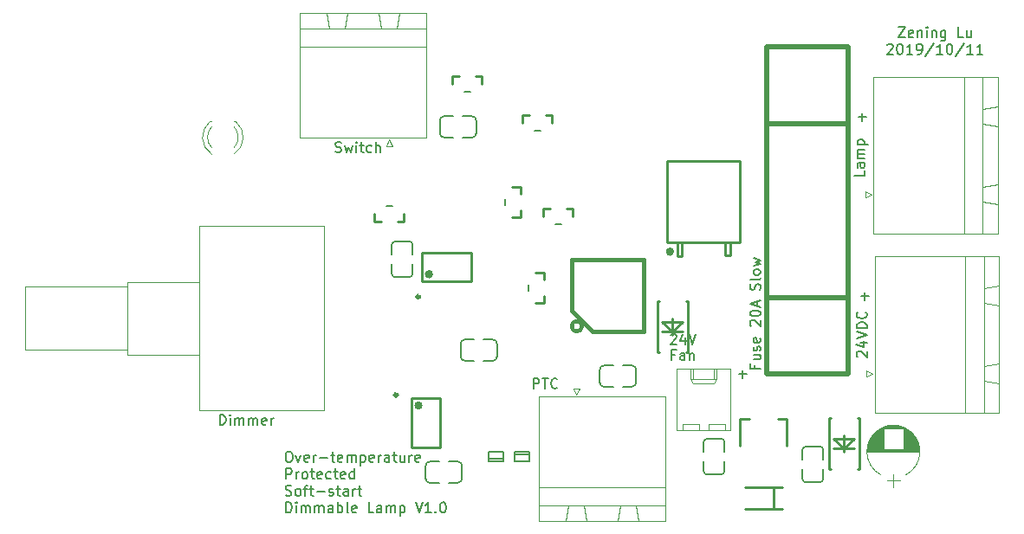
<source format=gbr>
%TF.GenerationSoftware,KiCad,Pcbnew,(6.0.0-rc1-dev-882-gdbc9130da)*%
%TF.CreationDate,2019-10-11T13:43:29+08:00*%
%TF.ProjectId,SoftDimmableLamp,536F667444696D6D61626C654C616D70,rev?*%
%TF.SameCoordinates,Original*%
%TF.FileFunction,Legend,Top*%
%TF.FilePolarity,Positive*%
%FSLAX46Y46*%
G04 Gerber Fmt 4.6, Leading zero omitted, Abs format (unit mm)*
G04 Created by KiCad (PCBNEW (6.0.0-rc1-dev-882-gdbc9130da)) date 2019/10/11 13:43:29*
%MOMM*%
%LPD*%
G01*
G04 APERTURE LIST*
%ADD10C,0.150000*%
%ADD11C,0.254000*%
%ADD12C,0.381000*%
%ADD13C,0.120000*%
%ADD14C,0.200000*%
%ADD15C,0.400000*%
%ADD16C,0.300000*%
%ADD17C,0.508000*%
G04 APERTURE END LIST*
D10*
X97282095Y-83494571D02*
X96948761Y-83494571D01*
X96948761Y-84018380D02*
X96948761Y-83018380D01*
X97424952Y-83018380D01*
X98234476Y-84018380D02*
X98234476Y-83494571D01*
X98186857Y-83399333D01*
X98091619Y-83351714D01*
X97901142Y-83351714D01*
X97805904Y-83399333D01*
X98234476Y-83970761D02*
X98139238Y-84018380D01*
X97901142Y-84018380D01*
X97805904Y-83970761D01*
X97758285Y-83875523D01*
X97758285Y-83780285D01*
X97805904Y-83685047D01*
X97901142Y-83637428D01*
X98139238Y-83637428D01*
X98234476Y-83589809D01*
X98710666Y-83351714D02*
X98710666Y-84018380D01*
X98710666Y-83446952D02*
X98758285Y-83399333D01*
X98853523Y-83351714D01*
X98996380Y-83351714D01*
X99091619Y-83399333D01*
X99139238Y-83494571D01*
X99139238Y-84018380D01*
X52800571Y-90368380D02*
X52800571Y-89368380D01*
X53038666Y-89368380D01*
X53181523Y-89416000D01*
X53276761Y-89511238D01*
X53324380Y-89606476D01*
X53372000Y-89796952D01*
X53372000Y-89939809D01*
X53324380Y-90130285D01*
X53276761Y-90225523D01*
X53181523Y-90320761D01*
X53038666Y-90368380D01*
X52800571Y-90368380D01*
X53800571Y-90368380D02*
X53800571Y-89701714D01*
X53800571Y-89368380D02*
X53752952Y-89416000D01*
X53800571Y-89463619D01*
X53848190Y-89416000D01*
X53800571Y-89368380D01*
X53800571Y-89463619D01*
X54276761Y-90368380D02*
X54276761Y-89701714D01*
X54276761Y-89796952D02*
X54324380Y-89749333D01*
X54419619Y-89701714D01*
X54562476Y-89701714D01*
X54657714Y-89749333D01*
X54705333Y-89844571D01*
X54705333Y-90368380D01*
X54705333Y-89844571D02*
X54752952Y-89749333D01*
X54848190Y-89701714D01*
X54991047Y-89701714D01*
X55086285Y-89749333D01*
X55133904Y-89844571D01*
X55133904Y-90368380D01*
X55610095Y-90368380D02*
X55610095Y-89701714D01*
X55610095Y-89796952D02*
X55657714Y-89749333D01*
X55752952Y-89701714D01*
X55895809Y-89701714D01*
X55991047Y-89749333D01*
X56038666Y-89844571D01*
X56038666Y-90368380D01*
X56038666Y-89844571D02*
X56086285Y-89749333D01*
X56181523Y-89701714D01*
X56324380Y-89701714D01*
X56419619Y-89749333D01*
X56467238Y-89844571D01*
X56467238Y-90368380D01*
X57324380Y-90320761D02*
X57229142Y-90368380D01*
X57038666Y-90368380D01*
X56943428Y-90320761D01*
X56895809Y-90225523D01*
X56895809Y-89844571D01*
X56943428Y-89749333D01*
X57038666Y-89701714D01*
X57229142Y-89701714D01*
X57324380Y-89749333D01*
X57372000Y-89844571D01*
X57372000Y-89939809D01*
X56895809Y-90035047D01*
X57800571Y-90368380D02*
X57800571Y-89701714D01*
X57800571Y-89892190D02*
X57848190Y-89796952D01*
X57895809Y-89749333D01*
X57991047Y-89701714D01*
X58086285Y-89701714D01*
X64079714Y-63650761D02*
X64222571Y-63698380D01*
X64460666Y-63698380D01*
X64555904Y-63650761D01*
X64603523Y-63603142D01*
X64651142Y-63507904D01*
X64651142Y-63412666D01*
X64603523Y-63317428D01*
X64555904Y-63269809D01*
X64460666Y-63222190D01*
X64270190Y-63174571D01*
X64174952Y-63126952D01*
X64127333Y-63079333D01*
X64079714Y-62984095D01*
X64079714Y-62888857D01*
X64127333Y-62793619D01*
X64174952Y-62746000D01*
X64270190Y-62698380D01*
X64508285Y-62698380D01*
X64651142Y-62746000D01*
X64984476Y-63031714D02*
X65174952Y-63698380D01*
X65365428Y-63222190D01*
X65555904Y-63698380D01*
X65746380Y-63031714D01*
X66127333Y-63698380D02*
X66127333Y-63031714D01*
X66127333Y-62698380D02*
X66079714Y-62746000D01*
X66127333Y-62793619D01*
X66174952Y-62746000D01*
X66127333Y-62698380D01*
X66127333Y-62793619D01*
X66460666Y-63031714D02*
X66841619Y-63031714D01*
X66603523Y-62698380D02*
X66603523Y-63555523D01*
X66651142Y-63650761D01*
X66746380Y-63698380D01*
X66841619Y-63698380D01*
X67603523Y-63650761D02*
X67508285Y-63698380D01*
X67317809Y-63698380D01*
X67222571Y-63650761D01*
X67174952Y-63603142D01*
X67127333Y-63507904D01*
X67127333Y-63222190D01*
X67174952Y-63126952D01*
X67222571Y-63079333D01*
X67317809Y-63031714D01*
X67508285Y-63031714D01*
X67603523Y-63079333D01*
X68032095Y-63698380D02*
X68032095Y-62698380D01*
X68460666Y-63698380D02*
X68460666Y-63174571D01*
X68413047Y-63079333D01*
X68317809Y-63031714D01*
X68174952Y-63031714D01*
X68079714Y-63079333D01*
X68032095Y-63126952D01*
X83439142Y-86812380D02*
X83439142Y-85812380D01*
X83820095Y-85812380D01*
X83915333Y-85860000D01*
X83962952Y-85907619D01*
X84010571Y-86002857D01*
X84010571Y-86145714D01*
X83962952Y-86240952D01*
X83915333Y-86288571D01*
X83820095Y-86336190D01*
X83439142Y-86336190D01*
X84296285Y-85812380D02*
X84867714Y-85812380D01*
X84582000Y-86812380D02*
X84582000Y-85812380D01*
X85772476Y-86717142D02*
X85724857Y-86764761D01*
X85582000Y-86812380D01*
X85486761Y-86812380D01*
X85343904Y-86764761D01*
X85248666Y-86669523D01*
X85201047Y-86574285D01*
X85153428Y-86383809D01*
X85153428Y-86240952D01*
X85201047Y-86050476D01*
X85248666Y-85955238D01*
X85343904Y-85860000D01*
X85486761Y-85812380D01*
X85582000Y-85812380D01*
X85724857Y-85860000D01*
X85772476Y-85907619D01*
X115117619Y-83724476D02*
X115070000Y-83676857D01*
X115022380Y-83581619D01*
X115022380Y-83343523D01*
X115070000Y-83248285D01*
X115117619Y-83200666D01*
X115212857Y-83153047D01*
X115308095Y-83153047D01*
X115450952Y-83200666D01*
X116022380Y-83772095D01*
X116022380Y-83153047D01*
X115355714Y-82295904D02*
X116022380Y-82295904D01*
X114974761Y-82534000D02*
X115689047Y-82772095D01*
X115689047Y-82153047D01*
X115022380Y-81914952D02*
X116022380Y-81581619D01*
X115022380Y-81248285D01*
X116022380Y-80914952D02*
X115022380Y-80914952D01*
X115022380Y-80676857D01*
X115070000Y-80534000D01*
X115165238Y-80438761D01*
X115260476Y-80391142D01*
X115450952Y-80343523D01*
X115593809Y-80343523D01*
X115784285Y-80391142D01*
X115879523Y-80438761D01*
X115974761Y-80534000D01*
X116022380Y-80676857D01*
X116022380Y-80914952D01*
X115927142Y-79343523D02*
X115974761Y-79391142D01*
X116022380Y-79534000D01*
X116022380Y-79629238D01*
X115974761Y-79772095D01*
X115879523Y-79867333D01*
X115784285Y-79914952D01*
X115593809Y-79962571D01*
X115450952Y-79962571D01*
X115260476Y-79914952D01*
X115165238Y-79867333D01*
X115070000Y-79772095D01*
X115022380Y-79629238D01*
X115022380Y-79534000D01*
X115070000Y-79391142D01*
X115117619Y-79343523D01*
X115768380Y-65523904D02*
X115768380Y-66000095D01*
X114768380Y-66000095D01*
X115768380Y-64762000D02*
X115244571Y-64762000D01*
X115149333Y-64809619D01*
X115101714Y-64904857D01*
X115101714Y-65095333D01*
X115149333Y-65190571D01*
X115720761Y-64762000D02*
X115768380Y-64857238D01*
X115768380Y-65095333D01*
X115720761Y-65190571D01*
X115625523Y-65238190D01*
X115530285Y-65238190D01*
X115435047Y-65190571D01*
X115387428Y-65095333D01*
X115387428Y-64857238D01*
X115339809Y-64762000D01*
X115768380Y-64285809D02*
X115101714Y-64285809D01*
X115196952Y-64285809D02*
X115149333Y-64238190D01*
X115101714Y-64142952D01*
X115101714Y-64000095D01*
X115149333Y-63904857D01*
X115244571Y-63857238D01*
X115768380Y-63857238D01*
X115244571Y-63857238D02*
X115149333Y-63809619D01*
X115101714Y-63714380D01*
X115101714Y-63571523D01*
X115149333Y-63476285D01*
X115244571Y-63428666D01*
X115768380Y-63428666D01*
X115101714Y-62952476D02*
X116101714Y-62952476D01*
X115149333Y-62952476D02*
X115101714Y-62857238D01*
X115101714Y-62666761D01*
X115149333Y-62571523D01*
X115196952Y-62523904D01*
X115292190Y-62476285D01*
X115577904Y-62476285D01*
X115673142Y-62523904D01*
X115720761Y-62571523D01*
X115768380Y-62666761D01*
X115768380Y-62857238D01*
X115720761Y-62952476D01*
X59454071Y-92989380D02*
X59644547Y-92989380D01*
X59739785Y-93037000D01*
X59835023Y-93132238D01*
X59882642Y-93322714D01*
X59882642Y-93656047D01*
X59835023Y-93846523D01*
X59739785Y-93941761D01*
X59644547Y-93989380D01*
X59454071Y-93989380D01*
X59358833Y-93941761D01*
X59263595Y-93846523D01*
X59215976Y-93656047D01*
X59215976Y-93322714D01*
X59263595Y-93132238D01*
X59358833Y-93037000D01*
X59454071Y-92989380D01*
X60215976Y-93322714D02*
X60454071Y-93989380D01*
X60692166Y-93322714D01*
X61454071Y-93941761D02*
X61358833Y-93989380D01*
X61168357Y-93989380D01*
X61073119Y-93941761D01*
X61025500Y-93846523D01*
X61025500Y-93465571D01*
X61073119Y-93370333D01*
X61168357Y-93322714D01*
X61358833Y-93322714D01*
X61454071Y-93370333D01*
X61501690Y-93465571D01*
X61501690Y-93560809D01*
X61025500Y-93656047D01*
X61930261Y-93989380D02*
X61930261Y-93322714D01*
X61930261Y-93513190D02*
X61977880Y-93417952D01*
X62025500Y-93370333D01*
X62120738Y-93322714D01*
X62215976Y-93322714D01*
X62549309Y-93608428D02*
X63311214Y-93608428D01*
X63644547Y-93322714D02*
X64025500Y-93322714D01*
X63787404Y-92989380D02*
X63787404Y-93846523D01*
X63835023Y-93941761D01*
X63930261Y-93989380D01*
X64025500Y-93989380D01*
X64739785Y-93941761D02*
X64644547Y-93989380D01*
X64454071Y-93989380D01*
X64358833Y-93941761D01*
X64311214Y-93846523D01*
X64311214Y-93465571D01*
X64358833Y-93370333D01*
X64454071Y-93322714D01*
X64644547Y-93322714D01*
X64739785Y-93370333D01*
X64787404Y-93465571D01*
X64787404Y-93560809D01*
X64311214Y-93656047D01*
X65215976Y-93989380D02*
X65215976Y-93322714D01*
X65215976Y-93417952D02*
X65263595Y-93370333D01*
X65358833Y-93322714D01*
X65501690Y-93322714D01*
X65596928Y-93370333D01*
X65644547Y-93465571D01*
X65644547Y-93989380D01*
X65644547Y-93465571D02*
X65692166Y-93370333D01*
X65787404Y-93322714D01*
X65930261Y-93322714D01*
X66025500Y-93370333D01*
X66073119Y-93465571D01*
X66073119Y-93989380D01*
X66549309Y-93322714D02*
X66549309Y-94322714D01*
X66549309Y-93370333D02*
X66644547Y-93322714D01*
X66835023Y-93322714D01*
X66930261Y-93370333D01*
X66977880Y-93417952D01*
X67025500Y-93513190D01*
X67025500Y-93798904D01*
X66977880Y-93894142D01*
X66930261Y-93941761D01*
X66835023Y-93989380D01*
X66644547Y-93989380D01*
X66549309Y-93941761D01*
X67835023Y-93941761D02*
X67739785Y-93989380D01*
X67549309Y-93989380D01*
X67454071Y-93941761D01*
X67406452Y-93846523D01*
X67406452Y-93465571D01*
X67454071Y-93370333D01*
X67549309Y-93322714D01*
X67739785Y-93322714D01*
X67835023Y-93370333D01*
X67882642Y-93465571D01*
X67882642Y-93560809D01*
X67406452Y-93656047D01*
X68311214Y-93989380D02*
X68311214Y-93322714D01*
X68311214Y-93513190D02*
X68358833Y-93417952D01*
X68406452Y-93370333D01*
X68501690Y-93322714D01*
X68596928Y-93322714D01*
X69358833Y-93989380D02*
X69358833Y-93465571D01*
X69311214Y-93370333D01*
X69215976Y-93322714D01*
X69025500Y-93322714D01*
X68930261Y-93370333D01*
X69358833Y-93941761D02*
X69263595Y-93989380D01*
X69025500Y-93989380D01*
X68930261Y-93941761D01*
X68882642Y-93846523D01*
X68882642Y-93751285D01*
X68930261Y-93656047D01*
X69025500Y-93608428D01*
X69263595Y-93608428D01*
X69358833Y-93560809D01*
X69692166Y-93322714D02*
X70073119Y-93322714D01*
X69835023Y-92989380D02*
X69835023Y-93846523D01*
X69882642Y-93941761D01*
X69977880Y-93989380D01*
X70073119Y-93989380D01*
X70835023Y-93322714D02*
X70835023Y-93989380D01*
X70406452Y-93322714D02*
X70406452Y-93846523D01*
X70454071Y-93941761D01*
X70549309Y-93989380D01*
X70692166Y-93989380D01*
X70787404Y-93941761D01*
X70835023Y-93894142D01*
X71311214Y-93989380D02*
X71311214Y-93322714D01*
X71311214Y-93513190D02*
X71358833Y-93417952D01*
X71406452Y-93370333D01*
X71501690Y-93322714D01*
X71596928Y-93322714D01*
X72311214Y-93941761D02*
X72215976Y-93989380D01*
X72025500Y-93989380D01*
X71930261Y-93941761D01*
X71882642Y-93846523D01*
X71882642Y-93465571D01*
X71930261Y-93370333D01*
X72025500Y-93322714D01*
X72215976Y-93322714D01*
X72311214Y-93370333D01*
X72358833Y-93465571D01*
X72358833Y-93560809D01*
X71882642Y-93656047D01*
X59263595Y-95639380D02*
X59263595Y-94639380D01*
X59644547Y-94639380D01*
X59739785Y-94687000D01*
X59787404Y-94734619D01*
X59835023Y-94829857D01*
X59835023Y-94972714D01*
X59787404Y-95067952D01*
X59739785Y-95115571D01*
X59644547Y-95163190D01*
X59263595Y-95163190D01*
X60263595Y-95639380D02*
X60263595Y-94972714D01*
X60263595Y-95163190D02*
X60311214Y-95067952D01*
X60358833Y-95020333D01*
X60454071Y-94972714D01*
X60549309Y-94972714D01*
X61025500Y-95639380D02*
X60930261Y-95591761D01*
X60882642Y-95544142D01*
X60835023Y-95448904D01*
X60835023Y-95163190D01*
X60882642Y-95067952D01*
X60930261Y-95020333D01*
X61025500Y-94972714D01*
X61168357Y-94972714D01*
X61263595Y-95020333D01*
X61311214Y-95067952D01*
X61358833Y-95163190D01*
X61358833Y-95448904D01*
X61311214Y-95544142D01*
X61263595Y-95591761D01*
X61168357Y-95639380D01*
X61025500Y-95639380D01*
X61644547Y-94972714D02*
X62025500Y-94972714D01*
X61787404Y-94639380D02*
X61787404Y-95496523D01*
X61835023Y-95591761D01*
X61930261Y-95639380D01*
X62025500Y-95639380D01*
X62739785Y-95591761D02*
X62644547Y-95639380D01*
X62454071Y-95639380D01*
X62358833Y-95591761D01*
X62311214Y-95496523D01*
X62311214Y-95115571D01*
X62358833Y-95020333D01*
X62454071Y-94972714D01*
X62644547Y-94972714D01*
X62739785Y-95020333D01*
X62787404Y-95115571D01*
X62787404Y-95210809D01*
X62311214Y-95306047D01*
X63644547Y-95591761D02*
X63549309Y-95639380D01*
X63358833Y-95639380D01*
X63263595Y-95591761D01*
X63215976Y-95544142D01*
X63168357Y-95448904D01*
X63168357Y-95163190D01*
X63215976Y-95067952D01*
X63263595Y-95020333D01*
X63358833Y-94972714D01*
X63549309Y-94972714D01*
X63644547Y-95020333D01*
X63930261Y-94972714D02*
X64311214Y-94972714D01*
X64073119Y-94639380D02*
X64073119Y-95496523D01*
X64120738Y-95591761D01*
X64215976Y-95639380D01*
X64311214Y-95639380D01*
X65025500Y-95591761D02*
X64930261Y-95639380D01*
X64739785Y-95639380D01*
X64644547Y-95591761D01*
X64596928Y-95496523D01*
X64596928Y-95115571D01*
X64644547Y-95020333D01*
X64739785Y-94972714D01*
X64930261Y-94972714D01*
X65025500Y-95020333D01*
X65073119Y-95115571D01*
X65073119Y-95210809D01*
X64596928Y-95306047D01*
X65930261Y-95639380D02*
X65930261Y-94639380D01*
X65930261Y-95591761D02*
X65835023Y-95639380D01*
X65644547Y-95639380D01*
X65549309Y-95591761D01*
X65501690Y-95544142D01*
X65454071Y-95448904D01*
X65454071Y-95163190D01*
X65501690Y-95067952D01*
X65549309Y-95020333D01*
X65644547Y-94972714D01*
X65835023Y-94972714D01*
X65930261Y-95020333D01*
X59215976Y-97241761D02*
X59358833Y-97289380D01*
X59596928Y-97289380D01*
X59692166Y-97241761D01*
X59739785Y-97194142D01*
X59787404Y-97098904D01*
X59787404Y-97003666D01*
X59739785Y-96908428D01*
X59692166Y-96860809D01*
X59596928Y-96813190D01*
X59406452Y-96765571D01*
X59311214Y-96717952D01*
X59263595Y-96670333D01*
X59215976Y-96575095D01*
X59215976Y-96479857D01*
X59263595Y-96384619D01*
X59311214Y-96337000D01*
X59406452Y-96289380D01*
X59644547Y-96289380D01*
X59787404Y-96337000D01*
X60358833Y-97289380D02*
X60263595Y-97241761D01*
X60215976Y-97194142D01*
X60168357Y-97098904D01*
X60168357Y-96813190D01*
X60215976Y-96717952D01*
X60263595Y-96670333D01*
X60358833Y-96622714D01*
X60501690Y-96622714D01*
X60596928Y-96670333D01*
X60644547Y-96717952D01*
X60692166Y-96813190D01*
X60692166Y-97098904D01*
X60644547Y-97194142D01*
X60596928Y-97241761D01*
X60501690Y-97289380D01*
X60358833Y-97289380D01*
X60977880Y-96622714D02*
X61358833Y-96622714D01*
X61120738Y-97289380D02*
X61120738Y-96432238D01*
X61168357Y-96337000D01*
X61263595Y-96289380D01*
X61358833Y-96289380D01*
X61549309Y-96622714D02*
X61930261Y-96622714D01*
X61692166Y-96289380D02*
X61692166Y-97146523D01*
X61739785Y-97241761D01*
X61835023Y-97289380D01*
X61930261Y-97289380D01*
X62263595Y-96908428D02*
X63025500Y-96908428D01*
X63454071Y-97241761D02*
X63549309Y-97289380D01*
X63739785Y-97289380D01*
X63835023Y-97241761D01*
X63882642Y-97146523D01*
X63882642Y-97098904D01*
X63835023Y-97003666D01*
X63739785Y-96956047D01*
X63596928Y-96956047D01*
X63501690Y-96908428D01*
X63454071Y-96813190D01*
X63454071Y-96765571D01*
X63501690Y-96670333D01*
X63596928Y-96622714D01*
X63739785Y-96622714D01*
X63835023Y-96670333D01*
X64168357Y-96622714D02*
X64549309Y-96622714D01*
X64311214Y-96289380D02*
X64311214Y-97146523D01*
X64358833Y-97241761D01*
X64454071Y-97289380D01*
X64549309Y-97289380D01*
X65311214Y-97289380D02*
X65311214Y-96765571D01*
X65263595Y-96670333D01*
X65168357Y-96622714D01*
X64977880Y-96622714D01*
X64882642Y-96670333D01*
X65311214Y-97241761D02*
X65215976Y-97289380D01*
X64977880Y-97289380D01*
X64882642Y-97241761D01*
X64835023Y-97146523D01*
X64835023Y-97051285D01*
X64882642Y-96956047D01*
X64977880Y-96908428D01*
X65215976Y-96908428D01*
X65311214Y-96860809D01*
X65787404Y-97289380D02*
X65787404Y-96622714D01*
X65787404Y-96813190D02*
X65835023Y-96717952D01*
X65882642Y-96670333D01*
X65977880Y-96622714D01*
X66073119Y-96622714D01*
X66263595Y-96622714D02*
X66644547Y-96622714D01*
X66406452Y-96289380D02*
X66406452Y-97146523D01*
X66454071Y-97241761D01*
X66549309Y-97289380D01*
X66644547Y-97289380D01*
X59263595Y-98939380D02*
X59263595Y-97939380D01*
X59501690Y-97939380D01*
X59644547Y-97987000D01*
X59739785Y-98082238D01*
X59787404Y-98177476D01*
X59835023Y-98367952D01*
X59835023Y-98510809D01*
X59787404Y-98701285D01*
X59739785Y-98796523D01*
X59644547Y-98891761D01*
X59501690Y-98939380D01*
X59263595Y-98939380D01*
X60263595Y-98939380D02*
X60263595Y-98272714D01*
X60263595Y-97939380D02*
X60215976Y-97987000D01*
X60263595Y-98034619D01*
X60311214Y-97987000D01*
X60263595Y-97939380D01*
X60263595Y-98034619D01*
X60739785Y-98939380D02*
X60739785Y-98272714D01*
X60739785Y-98367952D02*
X60787404Y-98320333D01*
X60882642Y-98272714D01*
X61025500Y-98272714D01*
X61120738Y-98320333D01*
X61168357Y-98415571D01*
X61168357Y-98939380D01*
X61168357Y-98415571D02*
X61215976Y-98320333D01*
X61311214Y-98272714D01*
X61454071Y-98272714D01*
X61549309Y-98320333D01*
X61596928Y-98415571D01*
X61596928Y-98939380D01*
X62073119Y-98939380D02*
X62073119Y-98272714D01*
X62073119Y-98367952D02*
X62120738Y-98320333D01*
X62215976Y-98272714D01*
X62358833Y-98272714D01*
X62454071Y-98320333D01*
X62501690Y-98415571D01*
X62501690Y-98939380D01*
X62501690Y-98415571D02*
X62549309Y-98320333D01*
X62644547Y-98272714D01*
X62787404Y-98272714D01*
X62882642Y-98320333D01*
X62930261Y-98415571D01*
X62930261Y-98939380D01*
X63835023Y-98939380D02*
X63835023Y-98415571D01*
X63787404Y-98320333D01*
X63692166Y-98272714D01*
X63501690Y-98272714D01*
X63406452Y-98320333D01*
X63835023Y-98891761D02*
X63739785Y-98939380D01*
X63501690Y-98939380D01*
X63406452Y-98891761D01*
X63358833Y-98796523D01*
X63358833Y-98701285D01*
X63406452Y-98606047D01*
X63501690Y-98558428D01*
X63739785Y-98558428D01*
X63835023Y-98510809D01*
X64311214Y-98939380D02*
X64311214Y-97939380D01*
X64311214Y-98320333D02*
X64406452Y-98272714D01*
X64596928Y-98272714D01*
X64692166Y-98320333D01*
X64739785Y-98367952D01*
X64787404Y-98463190D01*
X64787404Y-98748904D01*
X64739785Y-98844142D01*
X64692166Y-98891761D01*
X64596928Y-98939380D01*
X64406452Y-98939380D01*
X64311214Y-98891761D01*
X65358833Y-98939380D02*
X65263595Y-98891761D01*
X65215976Y-98796523D01*
X65215976Y-97939380D01*
X66120738Y-98891761D02*
X66025500Y-98939380D01*
X65835023Y-98939380D01*
X65739785Y-98891761D01*
X65692166Y-98796523D01*
X65692166Y-98415571D01*
X65739785Y-98320333D01*
X65835023Y-98272714D01*
X66025500Y-98272714D01*
X66120738Y-98320333D01*
X66168357Y-98415571D01*
X66168357Y-98510809D01*
X65692166Y-98606047D01*
X67835023Y-98939380D02*
X67358833Y-98939380D01*
X67358833Y-97939380D01*
X68596928Y-98939380D02*
X68596928Y-98415571D01*
X68549309Y-98320333D01*
X68454071Y-98272714D01*
X68263595Y-98272714D01*
X68168357Y-98320333D01*
X68596928Y-98891761D02*
X68501690Y-98939380D01*
X68263595Y-98939380D01*
X68168357Y-98891761D01*
X68120738Y-98796523D01*
X68120738Y-98701285D01*
X68168357Y-98606047D01*
X68263595Y-98558428D01*
X68501690Y-98558428D01*
X68596928Y-98510809D01*
X69073119Y-98939380D02*
X69073119Y-98272714D01*
X69073119Y-98367952D02*
X69120738Y-98320333D01*
X69215976Y-98272714D01*
X69358833Y-98272714D01*
X69454071Y-98320333D01*
X69501690Y-98415571D01*
X69501690Y-98939380D01*
X69501690Y-98415571D02*
X69549309Y-98320333D01*
X69644547Y-98272714D01*
X69787404Y-98272714D01*
X69882642Y-98320333D01*
X69930261Y-98415571D01*
X69930261Y-98939380D01*
X70406452Y-98272714D02*
X70406452Y-99272714D01*
X70406452Y-98320333D02*
X70501690Y-98272714D01*
X70692166Y-98272714D01*
X70787404Y-98320333D01*
X70835023Y-98367952D01*
X70882642Y-98463190D01*
X70882642Y-98748904D01*
X70835023Y-98844142D01*
X70787404Y-98891761D01*
X70692166Y-98939380D01*
X70501690Y-98939380D01*
X70406452Y-98891761D01*
X71930261Y-97939380D02*
X72263595Y-98939380D01*
X72596928Y-97939380D01*
X73454071Y-98939380D02*
X72882642Y-98939380D01*
X73168357Y-98939380D02*
X73168357Y-97939380D01*
X73073119Y-98082238D01*
X72977880Y-98177476D01*
X72882642Y-98225095D01*
X73882642Y-98844142D02*
X73930261Y-98891761D01*
X73882642Y-98939380D01*
X73835023Y-98891761D01*
X73882642Y-98844142D01*
X73882642Y-98939380D01*
X74549309Y-97939380D02*
X74644547Y-97939380D01*
X74739785Y-97987000D01*
X74787404Y-98034619D01*
X74835023Y-98129857D01*
X74882642Y-98320333D01*
X74882642Y-98558428D01*
X74835023Y-98748904D01*
X74787404Y-98844142D01*
X74739785Y-98891761D01*
X74644547Y-98939380D01*
X74549309Y-98939380D01*
X74454071Y-98891761D01*
X74406452Y-98844142D01*
X74358833Y-98748904D01*
X74311214Y-98558428D01*
X74311214Y-98320333D01*
X74358833Y-98129857D01*
X74406452Y-98034619D01*
X74454071Y-97987000D01*
X74549309Y-97939380D01*
X119086761Y-51459380D02*
X119753428Y-51459380D01*
X119086761Y-52459380D01*
X119753428Y-52459380D01*
X120515333Y-52411761D02*
X120420095Y-52459380D01*
X120229619Y-52459380D01*
X120134380Y-52411761D01*
X120086761Y-52316523D01*
X120086761Y-51935571D01*
X120134380Y-51840333D01*
X120229619Y-51792714D01*
X120420095Y-51792714D01*
X120515333Y-51840333D01*
X120562952Y-51935571D01*
X120562952Y-52030809D01*
X120086761Y-52126047D01*
X120991523Y-51792714D02*
X120991523Y-52459380D01*
X120991523Y-51887952D02*
X121039142Y-51840333D01*
X121134380Y-51792714D01*
X121277238Y-51792714D01*
X121372476Y-51840333D01*
X121420095Y-51935571D01*
X121420095Y-52459380D01*
X121896285Y-52459380D02*
X121896285Y-51792714D01*
X121896285Y-51459380D02*
X121848666Y-51507000D01*
X121896285Y-51554619D01*
X121943904Y-51507000D01*
X121896285Y-51459380D01*
X121896285Y-51554619D01*
X122372476Y-51792714D02*
X122372476Y-52459380D01*
X122372476Y-51887952D02*
X122420095Y-51840333D01*
X122515333Y-51792714D01*
X122658190Y-51792714D01*
X122753428Y-51840333D01*
X122801047Y-51935571D01*
X122801047Y-52459380D01*
X123705809Y-51792714D02*
X123705809Y-52602238D01*
X123658190Y-52697476D01*
X123610571Y-52745095D01*
X123515333Y-52792714D01*
X123372476Y-52792714D01*
X123277238Y-52745095D01*
X123705809Y-52411761D02*
X123610571Y-52459380D01*
X123420095Y-52459380D01*
X123324857Y-52411761D01*
X123277238Y-52364142D01*
X123229619Y-52268904D01*
X123229619Y-51983190D01*
X123277238Y-51887952D01*
X123324857Y-51840333D01*
X123420095Y-51792714D01*
X123610571Y-51792714D01*
X123705809Y-51840333D01*
X125420095Y-52459380D02*
X124943904Y-52459380D01*
X124943904Y-51459380D01*
X126182000Y-51792714D02*
X126182000Y-52459380D01*
X125753428Y-51792714D02*
X125753428Y-52316523D01*
X125801047Y-52411761D01*
X125896285Y-52459380D01*
X126039142Y-52459380D01*
X126134380Y-52411761D01*
X126182000Y-52364142D01*
X118015333Y-53204619D02*
X118062952Y-53157000D01*
X118158190Y-53109380D01*
X118396285Y-53109380D01*
X118491523Y-53157000D01*
X118539142Y-53204619D01*
X118586761Y-53299857D01*
X118586761Y-53395095D01*
X118539142Y-53537952D01*
X117967714Y-54109380D01*
X118586761Y-54109380D01*
X119205809Y-53109380D02*
X119301047Y-53109380D01*
X119396285Y-53157000D01*
X119443904Y-53204619D01*
X119491523Y-53299857D01*
X119539142Y-53490333D01*
X119539142Y-53728428D01*
X119491523Y-53918904D01*
X119443904Y-54014142D01*
X119396285Y-54061761D01*
X119301047Y-54109380D01*
X119205809Y-54109380D01*
X119110571Y-54061761D01*
X119062952Y-54014142D01*
X119015333Y-53918904D01*
X118967714Y-53728428D01*
X118967714Y-53490333D01*
X119015333Y-53299857D01*
X119062952Y-53204619D01*
X119110571Y-53157000D01*
X119205809Y-53109380D01*
X120491523Y-54109380D02*
X119920095Y-54109380D01*
X120205809Y-54109380D02*
X120205809Y-53109380D01*
X120110571Y-53252238D01*
X120015333Y-53347476D01*
X119920095Y-53395095D01*
X120967714Y-54109380D02*
X121158190Y-54109380D01*
X121253428Y-54061761D01*
X121301047Y-54014142D01*
X121396285Y-53871285D01*
X121443904Y-53680809D01*
X121443904Y-53299857D01*
X121396285Y-53204619D01*
X121348666Y-53157000D01*
X121253428Y-53109380D01*
X121062952Y-53109380D01*
X120967714Y-53157000D01*
X120920095Y-53204619D01*
X120872476Y-53299857D01*
X120872476Y-53537952D01*
X120920095Y-53633190D01*
X120967714Y-53680809D01*
X121062952Y-53728428D01*
X121253428Y-53728428D01*
X121348666Y-53680809D01*
X121396285Y-53633190D01*
X121443904Y-53537952D01*
X122586761Y-53061761D02*
X121729619Y-54347476D01*
X123443904Y-54109380D02*
X122872476Y-54109380D01*
X123158190Y-54109380D02*
X123158190Y-53109380D01*
X123062952Y-53252238D01*
X122967714Y-53347476D01*
X122872476Y-53395095D01*
X124062952Y-53109380D02*
X124158190Y-53109380D01*
X124253428Y-53157000D01*
X124301047Y-53204619D01*
X124348666Y-53299857D01*
X124396285Y-53490333D01*
X124396285Y-53728428D01*
X124348666Y-53918904D01*
X124301047Y-54014142D01*
X124253428Y-54061761D01*
X124158190Y-54109380D01*
X124062952Y-54109380D01*
X123967714Y-54061761D01*
X123920095Y-54014142D01*
X123872476Y-53918904D01*
X123824857Y-53728428D01*
X123824857Y-53490333D01*
X123872476Y-53299857D01*
X123920095Y-53204619D01*
X123967714Y-53157000D01*
X124062952Y-53109380D01*
X125539142Y-53061761D02*
X124682000Y-54347476D01*
X126396285Y-54109380D02*
X125824857Y-54109380D01*
X126110571Y-54109380D02*
X126110571Y-53109380D01*
X126015333Y-53252238D01*
X125920095Y-53347476D01*
X125824857Y-53395095D01*
X127348666Y-54109380D02*
X126777238Y-54109380D01*
X127062952Y-54109380D02*
X127062952Y-53109380D01*
X126967714Y-53252238D01*
X126872476Y-53347476D01*
X126777238Y-53395095D01*
X96853523Y-81589619D02*
X96901142Y-81542000D01*
X96996380Y-81494380D01*
X97234476Y-81494380D01*
X97329714Y-81542000D01*
X97377333Y-81589619D01*
X97424952Y-81684857D01*
X97424952Y-81780095D01*
X97377333Y-81922952D01*
X96805904Y-82494380D01*
X97424952Y-82494380D01*
X98282095Y-81827714D02*
X98282095Y-82494380D01*
X98044000Y-81446761D02*
X97805904Y-82161047D01*
X98424952Y-82161047D01*
X98663047Y-81494380D02*
X98996380Y-82494380D01*
X99329714Y-81494380D01*
X103505047Y-85415428D02*
X104266952Y-85415428D01*
X103886000Y-85796380D02*
X103886000Y-85034476D01*
X115189047Y-60269428D02*
X115950952Y-60269428D01*
X115570000Y-60650380D02*
X115570000Y-59888476D01*
X115443047Y-77795428D02*
X116204952Y-77795428D01*
X115824000Y-78176380D02*
X115824000Y-77414476D01*
X105084571Y-84502000D02*
X105084571Y-84835333D01*
X105608380Y-84835333D02*
X104608380Y-84835333D01*
X104608380Y-84359142D01*
X104941714Y-83549619D02*
X105608380Y-83549619D01*
X104941714Y-83978190D02*
X105465523Y-83978190D01*
X105560761Y-83930571D01*
X105608380Y-83835333D01*
X105608380Y-83692476D01*
X105560761Y-83597238D01*
X105513142Y-83549619D01*
X105560761Y-83121047D02*
X105608380Y-83025809D01*
X105608380Y-82835333D01*
X105560761Y-82740095D01*
X105465523Y-82692476D01*
X105417904Y-82692476D01*
X105322666Y-82740095D01*
X105275047Y-82835333D01*
X105275047Y-82978190D01*
X105227428Y-83073428D01*
X105132190Y-83121047D01*
X105084571Y-83121047D01*
X104989333Y-83073428D01*
X104941714Y-82978190D01*
X104941714Y-82835333D01*
X104989333Y-82740095D01*
X105560761Y-81882952D02*
X105608380Y-81978190D01*
X105608380Y-82168666D01*
X105560761Y-82263904D01*
X105465523Y-82311523D01*
X105084571Y-82311523D01*
X104989333Y-82263904D01*
X104941714Y-82168666D01*
X104941714Y-81978190D01*
X104989333Y-81882952D01*
X105084571Y-81835333D01*
X105179809Y-81835333D01*
X105275047Y-82311523D01*
X104703619Y-80692476D02*
X104656000Y-80644857D01*
X104608380Y-80549619D01*
X104608380Y-80311523D01*
X104656000Y-80216285D01*
X104703619Y-80168666D01*
X104798857Y-80121047D01*
X104894095Y-80121047D01*
X105036952Y-80168666D01*
X105608380Y-80740095D01*
X105608380Y-80121047D01*
X104608380Y-79502000D02*
X104608380Y-79406761D01*
X104656000Y-79311523D01*
X104703619Y-79263904D01*
X104798857Y-79216285D01*
X104989333Y-79168666D01*
X105227428Y-79168666D01*
X105417904Y-79216285D01*
X105513142Y-79263904D01*
X105560761Y-79311523D01*
X105608380Y-79406761D01*
X105608380Y-79502000D01*
X105560761Y-79597238D01*
X105513142Y-79644857D01*
X105417904Y-79692476D01*
X105227428Y-79740095D01*
X104989333Y-79740095D01*
X104798857Y-79692476D01*
X104703619Y-79644857D01*
X104656000Y-79597238D01*
X104608380Y-79502000D01*
X105322666Y-78787714D02*
X105322666Y-78311523D01*
X105608380Y-78882952D02*
X104608380Y-78549619D01*
X105608380Y-78216285D01*
X105560761Y-77168666D02*
X105608380Y-77025809D01*
X105608380Y-76787714D01*
X105560761Y-76692476D01*
X105513142Y-76644857D01*
X105417904Y-76597238D01*
X105322666Y-76597238D01*
X105227428Y-76644857D01*
X105179809Y-76692476D01*
X105132190Y-76787714D01*
X105084571Y-76978190D01*
X105036952Y-77073428D01*
X104989333Y-77121047D01*
X104894095Y-77168666D01*
X104798857Y-77168666D01*
X104703619Y-77121047D01*
X104656000Y-77073428D01*
X104608380Y-76978190D01*
X104608380Y-76740095D01*
X104656000Y-76597238D01*
X105608380Y-76025809D02*
X105560761Y-76121047D01*
X105465523Y-76168666D01*
X104608380Y-76168666D01*
X105608380Y-75502000D02*
X105560761Y-75597238D01*
X105513142Y-75644857D01*
X105417904Y-75692476D01*
X105132190Y-75692476D01*
X105036952Y-75644857D01*
X104989333Y-75597238D01*
X104941714Y-75502000D01*
X104941714Y-75359142D01*
X104989333Y-75263904D01*
X105036952Y-75216285D01*
X105132190Y-75168666D01*
X105417904Y-75168666D01*
X105513142Y-75216285D01*
X105560761Y-75263904D01*
X105608380Y-75359142D01*
X105608380Y-75502000D01*
X104941714Y-74835333D02*
X105608380Y-74644857D01*
X105132190Y-74454380D01*
X105608380Y-74263904D01*
X104941714Y-74073428D01*
D11*
X107718000Y-98611000D02*
X104118000Y-98611000D01*
X107718000Y-96461000D02*
X104118000Y-96461000D01*
X106893000Y-96461000D02*
X106893000Y-98611000D01*
X98528000Y-78272000D02*
X98328000Y-78272000D01*
X98528000Y-83272000D02*
X98328000Y-83272000D01*
X95728000Y-78272000D02*
X95528000Y-78272000D01*
X95728000Y-83272000D02*
X95528000Y-83272000D01*
X98528000Y-83272000D02*
X98528000Y-78272000D01*
X95528000Y-83272000D02*
X95528000Y-78272000D01*
X97028000Y-81272000D02*
X98028000Y-80272000D01*
X98028000Y-80272000D02*
X96028000Y-80272000D01*
X97028000Y-81272000D02*
X96028000Y-80272000D01*
X98028000Y-81272000D02*
X96028000Y-81272000D01*
X97028000Y-81542000D02*
X97028000Y-80002000D01*
D12*
X87178000Y-79224000D02*
X87178000Y-74224000D01*
X89178000Y-81224000D02*
X94178000Y-81224000D01*
X87178000Y-79224000D02*
X89178000Y-81224000D01*
X88178000Y-80724000D02*
G75*
G03X88178000Y-80724000I-500000J0D01*
G01*
X87178000Y-74224000D02*
X94178000Y-74224000D01*
X94178000Y-74224000D02*
X94178000Y-81224000D01*
D13*
X102716000Y-90904000D02*
X102716000Y-84904000D01*
X102716000Y-84904000D02*
X97436000Y-84904000D01*
X97436000Y-84904000D02*
X97436000Y-90904000D01*
X97436000Y-90904000D02*
X102716000Y-90904000D01*
X101346000Y-84904000D02*
X101346000Y-85904000D01*
X101346000Y-85904000D02*
X98806000Y-85904000D01*
X98806000Y-85904000D02*
X98806000Y-84904000D01*
X101346000Y-85904000D02*
X101096000Y-86334000D01*
X101096000Y-86334000D02*
X99056000Y-86334000D01*
X99056000Y-86334000D02*
X98806000Y-85904000D01*
X101096000Y-84904000D02*
X101096000Y-85904000D01*
X99056000Y-84904000D02*
X99056000Y-85904000D01*
X102146000Y-90904000D02*
X102146000Y-90284000D01*
X102146000Y-90284000D02*
X100546000Y-90284000D01*
X100546000Y-90284000D02*
X100546000Y-90904000D01*
X99606000Y-90904000D02*
X99606000Y-90284000D01*
X99606000Y-90284000D02*
X98006000Y-90284000D01*
X98006000Y-90284000D02*
X98006000Y-90904000D01*
X117438277Y-90678278D02*
G75*
G03X117438000Y-95289580I1179723J-2305722D01*
G01*
X119797723Y-90678278D02*
G75*
G02X119798000Y-95289580I-1179723J-2305722D01*
G01*
X119797723Y-90678278D02*
G75*
G03X117438000Y-90678420I-1179723J-2305722D01*
G01*
X116068000Y-92984000D02*
X121168000Y-92984000D01*
X116068000Y-92944000D02*
X121168000Y-92944000D01*
X116069000Y-92904000D02*
X121167000Y-92904000D01*
X116070000Y-92864000D02*
X121166000Y-92864000D01*
X116072000Y-92824000D02*
X121164000Y-92824000D01*
X116075000Y-92784000D02*
X121161000Y-92784000D01*
X116079000Y-92744000D02*
X121157000Y-92744000D01*
X116083000Y-92704000D02*
X117638000Y-92704000D01*
X119598000Y-92704000D02*
X121153000Y-92704000D01*
X116087000Y-92664000D02*
X117638000Y-92664000D01*
X119598000Y-92664000D02*
X121149000Y-92664000D01*
X116093000Y-92624000D02*
X117638000Y-92624000D01*
X119598000Y-92624000D02*
X121143000Y-92624000D01*
X116099000Y-92584000D02*
X117638000Y-92584000D01*
X119598000Y-92584000D02*
X121137000Y-92584000D01*
X116105000Y-92544000D02*
X117638000Y-92544000D01*
X119598000Y-92544000D02*
X121131000Y-92544000D01*
X116112000Y-92504000D02*
X117638000Y-92504000D01*
X119598000Y-92504000D02*
X121124000Y-92504000D01*
X116120000Y-92464000D02*
X117638000Y-92464000D01*
X119598000Y-92464000D02*
X121116000Y-92464000D01*
X116129000Y-92424000D02*
X117638000Y-92424000D01*
X119598000Y-92424000D02*
X121107000Y-92424000D01*
X116138000Y-92384000D02*
X117638000Y-92384000D01*
X119598000Y-92384000D02*
X121098000Y-92384000D01*
X116148000Y-92344000D02*
X117638000Y-92344000D01*
X119598000Y-92344000D02*
X121088000Y-92344000D01*
X116158000Y-92304000D02*
X117638000Y-92304000D01*
X119598000Y-92304000D02*
X121078000Y-92304000D01*
X116170000Y-92263000D02*
X117638000Y-92263000D01*
X119598000Y-92263000D02*
X121066000Y-92263000D01*
X116182000Y-92223000D02*
X117638000Y-92223000D01*
X119598000Y-92223000D02*
X121054000Y-92223000D01*
X116194000Y-92183000D02*
X117638000Y-92183000D01*
X119598000Y-92183000D02*
X121042000Y-92183000D01*
X116208000Y-92143000D02*
X117638000Y-92143000D01*
X119598000Y-92143000D02*
X121028000Y-92143000D01*
X116222000Y-92103000D02*
X117638000Y-92103000D01*
X119598000Y-92103000D02*
X121014000Y-92103000D01*
X116236000Y-92063000D02*
X117638000Y-92063000D01*
X119598000Y-92063000D02*
X121000000Y-92063000D01*
X116252000Y-92023000D02*
X117638000Y-92023000D01*
X119598000Y-92023000D02*
X120984000Y-92023000D01*
X116268000Y-91983000D02*
X117638000Y-91983000D01*
X119598000Y-91983000D02*
X120968000Y-91983000D01*
X116285000Y-91943000D02*
X117638000Y-91943000D01*
X119598000Y-91943000D02*
X120951000Y-91943000D01*
X116303000Y-91903000D02*
X117638000Y-91903000D01*
X119598000Y-91903000D02*
X120933000Y-91903000D01*
X116322000Y-91863000D02*
X117638000Y-91863000D01*
X119598000Y-91863000D02*
X120914000Y-91863000D01*
X116342000Y-91823000D02*
X117638000Y-91823000D01*
X119598000Y-91823000D02*
X120894000Y-91823000D01*
X116362000Y-91783000D02*
X117638000Y-91783000D01*
X119598000Y-91783000D02*
X120874000Y-91783000D01*
X116384000Y-91743000D02*
X117638000Y-91743000D01*
X119598000Y-91743000D02*
X120852000Y-91743000D01*
X116406000Y-91703000D02*
X117638000Y-91703000D01*
X119598000Y-91703000D02*
X120830000Y-91703000D01*
X116429000Y-91663000D02*
X117638000Y-91663000D01*
X119598000Y-91663000D02*
X120807000Y-91663000D01*
X116453000Y-91623000D02*
X117638000Y-91623000D01*
X119598000Y-91623000D02*
X120783000Y-91623000D01*
X116478000Y-91583000D02*
X117638000Y-91583000D01*
X119598000Y-91583000D02*
X120758000Y-91583000D01*
X116505000Y-91543000D02*
X117638000Y-91543000D01*
X119598000Y-91543000D02*
X120731000Y-91543000D01*
X116532000Y-91503000D02*
X117638000Y-91503000D01*
X119598000Y-91503000D02*
X120704000Y-91503000D01*
X116560000Y-91463000D02*
X117638000Y-91463000D01*
X119598000Y-91463000D02*
X120676000Y-91463000D01*
X116590000Y-91423000D02*
X117638000Y-91423000D01*
X119598000Y-91423000D02*
X120646000Y-91423000D01*
X116621000Y-91383000D02*
X117638000Y-91383000D01*
X119598000Y-91383000D02*
X120615000Y-91383000D01*
X116653000Y-91343000D02*
X117638000Y-91343000D01*
X119598000Y-91343000D02*
X120583000Y-91343000D01*
X116686000Y-91303000D02*
X117638000Y-91303000D01*
X119598000Y-91303000D02*
X120550000Y-91303000D01*
X116721000Y-91263000D02*
X117638000Y-91263000D01*
X119598000Y-91263000D02*
X120515000Y-91263000D01*
X116757000Y-91223000D02*
X117638000Y-91223000D01*
X119598000Y-91223000D02*
X120479000Y-91223000D01*
X116795000Y-91183000D02*
X117638000Y-91183000D01*
X119598000Y-91183000D02*
X120441000Y-91183000D01*
X116835000Y-91143000D02*
X117638000Y-91143000D01*
X119598000Y-91143000D02*
X120401000Y-91143000D01*
X116876000Y-91103000D02*
X117638000Y-91103000D01*
X119598000Y-91103000D02*
X120360000Y-91103000D01*
X116919000Y-91063000D02*
X117638000Y-91063000D01*
X119598000Y-91063000D02*
X120317000Y-91063000D01*
X116964000Y-91023000D02*
X117638000Y-91023000D01*
X119598000Y-91023000D02*
X120272000Y-91023000D01*
X117012000Y-90983000D02*
X117638000Y-90983000D01*
X119598000Y-90983000D02*
X120224000Y-90983000D01*
X117062000Y-90943000D02*
X117638000Y-90943000D01*
X119598000Y-90943000D02*
X120174000Y-90943000D01*
X117114000Y-90903000D02*
X117638000Y-90903000D01*
X119598000Y-90903000D02*
X120122000Y-90903000D01*
X117170000Y-90863000D02*
X117638000Y-90863000D01*
X119598000Y-90863000D02*
X120066000Y-90863000D01*
X117228000Y-90823000D02*
X117638000Y-90823000D01*
X119598000Y-90823000D02*
X120008000Y-90823000D01*
X117291000Y-90783000D02*
X117638000Y-90783000D01*
X119598000Y-90783000D02*
X119945000Y-90783000D01*
X117357000Y-90743000D02*
X119879000Y-90743000D01*
X117429000Y-90703000D02*
X119807000Y-90703000D01*
X117506000Y-90663000D02*
X119730000Y-90663000D01*
X117590000Y-90623000D02*
X119646000Y-90623000D01*
X117684000Y-90583000D02*
X119552000Y-90583000D01*
X117789000Y-90543000D02*
X119447000Y-90543000D01*
X117911000Y-90503000D02*
X119325000Y-90503000D01*
X118059000Y-90463000D02*
X119177000Y-90463000D01*
X118264000Y-90423000D02*
X118972000Y-90423000D01*
X118618000Y-96434000D02*
X118618000Y-95234000D01*
X117968000Y-95834000D02*
X119268000Y-95834000D01*
X72962000Y-62278000D02*
X72962000Y-50118000D01*
X72962000Y-50118000D02*
X60642000Y-50118000D01*
X60642000Y-50118000D02*
X60642000Y-62278000D01*
X60642000Y-62278000D02*
X72962000Y-62278000D01*
X72962000Y-51618000D02*
X72962000Y-53418000D01*
X72962000Y-53418000D02*
X60642000Y-53418000D01*
X60642000Y-53418000D02*
X60642000Y-51618000D01*
X60642000Y-51618000D02*
X72962000Y-51618000D01*
X70342000Y-50118000D02*
X68342000Y-50118000D01*
X68342000Y-50118000D02*
X68592000Y-51618000D01*
X68592000Y-51618000D02*
X70092000Y-51618000D01*
X70092000Y-51618000D02*
X70342000Y-50118000D01*
X65262000Y-50118000D02*
X63262000Y-50118000D01*
X63262000Y-50118000D02*
X63512000Y-51618000D01*
X63512000Y-51618000D02*
X65012000Y-51618000D01*
X65012000Y-51618000D02*
X65262000Y-50118000D01*
X69042000Y-63078000D02*
X69342000Y-62478000D01*
X69342000Y-62478000D02*
X69642000Y-63078000D01*
X69642000Y-63078000D02*
X69042000Y-63078000D01*
D14*
X76662000Y-57796000D02*
X77262000Y-57796000D01*
D11*
X75502000Y-56246000D02*
X76162000Y-56246000D01*
X75502000Y-56246000D02*
X75502000Y-57061000D01*
X78422000Y-56246000D02*
X78422000Y-57061000D01*
X77762000Y-56246000D02*
X78422000Y-56246000D01*
X77762000Y-56246000D02*
X78422000Y-56246000D01*
X77762000Y-56246000D02*
X78422000Y-56246000D01*
D14*
X83520000Y-61606000D02*
X84120000Y-61606000D01*
D11*
X82360000Y-60056000D02*
X83020000Y-60056000D01*
X82360000Y-60056000D02*
X82360000Y-60871000D01*
X85280000Y-60056000D02*
X85280000Y-60871000D01*
X84620000Y-60056000D02*
X85280000Y-60056000D01*
X84620000Y-60056000D02*
X85280000Y-60056000D01*
X84620000Y-60056000D02*
X85280000Y-60056000D01*
D14*
X77842000Y-60579000D02*
X77842000Y-61849000D01*
X77442000Y-60179000D02*
X76522000Y-60179000D01*
X74302000Y-60579000D02*
X74302000Y-61849000D01*
X75622000Y-60179000D02*
X74702000Y-60179000D01*
X75622000Y-62249000D02*
X74702000Y-62249000D01*
X77442000Y-62249000D02*
X76522000Y-62249000D01*
X77842000Y-61849010D02*
G75*
G02X77442000Y-62249010I-400000J0D01*
G01*
X77442000Y-60179000D02*
G75*
G02X77842000Y-60579000I0J-400000D01*
G01*
X74302000Y-60579000D02*
G75*
G02X74702000Y-60179000I400000J0D01*
G01*
X74702000Y-62249000D02*
G75*
G02X74302000Y-61849000I0J400000D01*
G01*
D11*
X103649020Y-64576000D02*
X103649020Y-72526000D01*
X96503020Y-64576000D02*
X96503020Y-72526000D01*
X96503020Y-72526000D02*
X103649020Y-72526000D01*
X97976020Y-72526000D02*
X97976020Y-73826000D01*
X97476020Y-73826000D02*
X97976020Y-73826000D01*
X97476020Y-72526000D02*
X97476020Y-73826000D01*
X96503020Y-64576000D02*
X103649020Y-64576000D01*
X102698560Y-72521830D02*
X102698560Y-73821830D01*
X102198570Y-73821830D02*
X102698560Y-73821830D01*
X102198570Y-72521830D02*
X102198570Y-73821830D01*
D15*
X96976020Y-73426000D02*
G75*
G03X96976020Y-73426000I-200000J0D01*
G01*
D14*
X80634000Y-68280000D02*
X80634000Y-68880000D01*
D11*
X82184000Y-67120000D02*
X82184000Y-67780000D01*
X82184000Y-67120000D02*
X81369000Y-67120000D01*
X82184000Y-70040000D02*
X81369000Y-70040000D01*
X82184000Y-69380000D02*
X82184000Y-70040000D01*
X82184000Y-69380000D02*
X82184000Y-70040000D01*
X82184000Y-69380000D02*
X82184000Y-70040000D01*
X115292000Y-89702000D02*
X115092000Y-89702000D01*
X115292000Y-94702000D02*
X115092000Y-94702000D01*
X112492000Y-89702000D02*
X112292000Y-89702000D01*
X112492000Y-94702000D02*
X112292000Y-94702000D01*
X115292000Y-94702000D02*
X115292000Y-89702000D01*
X112292000Y-94702000D02*
X112292000Y-89702000D01*
X113792000Y-92702000D02*
X114792000Y-91702000D01*
X114792000Y-91702000D02*
X112792000Y-91702000D01*
X113792000Y-92702000D02*
X112792000Y-91702000D01*
X114792000Y-92702000D02*
X112792000Y-92702000D01*
X113792000Y-92972000D02*
X113792000Y-91432000D01*
D14*
X85552000Y-70750000D02*
X86152000Y-70750000D01*
D11*
X84392000Y-69200000D02*
X85052000Y-69200000D01*
X84392000Y-69200000D02*
X84392000Y-70015000D01*
X87312000Y-69200000D02*
X87312000Y-70015000D01*
X86652000Y-69200000D02*
X87312000Y-69200000D01*
X86652000Y-69200000D02*
X87312000Y-69200000D01*
X86652000Y-69200000D02*
X87312000Y-69200000D01*
X71498000Y-87770000D02*
X71498000Y-92570000D01*
X74298000Y-87770000D02*
X74298000Y-92570000D01*
X71498000Y-87770000D02*
X74298000Y-87770000D01*
X71498000Y-92570000D02*
X74298000Y-92570000D01*
D16*
X70148000Y-87420000D02*
G75*
G03X70148000Y-87420000I-150000J0D01*
G01*
D15*
X72398000Y-88470000D02*
G75*
G03X72398000Y-88470000I-200000J0D01*
G01*
D11*
X72530000Y-76330000D02*
X77330000Y-76330000D01*
X72530000Y-73530000D02*
X77330000Y-73530000D01*
X72530000Y-76330000D02*
X72530000Y-73530000D01*
X77330000Y-76330000D02*
X77330000Y-73530000D01*
D16*
X72330000Y-77830000D02*
G75*
G03X72330000Y-77830000I-150000J0D01*
G01*
D15*
X73430000Y-75630000D02*
G75*
G03X73430000Y-75630000I-200000J0D01*
G01*
D11*
X103618000Y-89824000D02*
X103618000Y-92424000D01*
X103618000Y-89824000D02*
X104518000Y-89824000D01*
X108218000Y-89824000D02*
X108218000Y-92424000D01*
X107318000Y-89824000D02*
X108218000Y-89824000D01*
D13*
X84010000Y-87582000D02*
X84010000Y-99742000D01*
X84010000Y-99742000D02*
X96330000Y-99742000D01*
X96330000Y-99742000D02*
X96330000Y-87582000D01*
X96330000Y-87582000D02*
X84010000Y-87582000D01*
X84010000Y-98242000D02*
X84010000Y-96442000D01*
X84010000Y-96442000D02*
X96330000Y-96442000D01*
X96330000Y-96442000D02*
X96330000Y-98242000D01*
X96330000Y-98242000D02*
X84010000Y-98242000D01*
X86630000Y-99742000D02*
X88630000Y-99742000D01*
X88630000Y-99742000D02*
X88380000Y-98242000D01*
X88380000Y-98242000D02*
X86880000Y-98242000D01*
X86880000Y-98242000D02*
X86630000Y-99742000D01*
X91710000Y-99742000D02*
X93710000Y-99742000D01*
X93710000Y-99742000D02*
X93460000Y-98242000D01*
X93460000Y-98242000D02*
X91960000Y-98242000D01*
X91960000Y-98242000D02*
X91710000Y-99742000D01*
X87930000Y-86782000D02*
X87630000Y-87382000D01*
X87630000Y-87382000D02*
X87330000Y-86782000D01*
X87330000Y-86782000D02*
X87930000Y-86782000D01*
X62971000Y-88940000D02*
X50750000Y-88940000D01*
X62971000Y-70919000D02*
X50750000Y-70919000D01*
X62971000Y-88940000D02*
X62971000Y-70919000D01*
X50750000Y-88940000D02*
X50750000Y-70919000D01*
X50750000Y-83490000D02*
X43750000Y-83490000D01*
X50750000Y-76370000D02*
X43750000Y-76370000D01*
X50750000Y-83490000D02*
X50750000Y-76370000D01*
X43750000Y-83490000D02*
X43750000Y-76370000D01*
X43750000Y-82990000D02*
X33750000Y-82990000D01*
X43750000Y-76870000D02*
X33750000Y-76870000D01*
X43750000Y-82990000D02*
X43750000Y-76870000D01*
X33750000Y-82990000D02*
X33750000Y-76870000D01*
D14*
X69642000Y-68950000D02*
X69042000Y-68950000D01*
D11*
X70802000Y-70500000D02*
X70142000Y-70500000D01*
X70802000Y-70500000D02*
X70802000Y-69685000D01*
X67882000Y-70500000D02*
X67882000Y-69685000D01*
X68542000Y-70500000D02*
X67882000Y-70500000D01*
X68542000Y-70500000D02*
X67882000Y-70500000D01*
X68542000Y-70500000D02*
X67882000Y-70500000D01*
D14*
X82920000Y-76662000D02*
X82920000Y-77262000D01*
D11*
X84470000Y-75502000D02*
X84470000Y-76162000D01*
X84470000Y-75502000D02*
X83655000Y-75502000D01*
X84470000Y-78422000D02*
X83655000Y-78422000D01*
X84470000Y-77762000D02*
X84470000Y-78422000D01*
X84470000Y-77762000D02*
X84470000Y-78422000D01*
X84470000Y-77762000D02*
X84470000Y-78422000D01*
D13*
X116665000Y-71708000D02*
X128825000Y-71708000D01*
X128825000Y-71708000D02*
X128825000Y-56308000D01*
X128825000Y-56308000D02*
X116665000Y-56308000D01*
X116665000Y-56308000D02*
X116665000Y-71708000D01*
X127325000Y-71708000D02*
X125525000Y-71708000D01*
X125525000Y-71708000D02*
X125525000Y-56308000D01*
X125525000Y-56308000D02*
X127325000Y-56308000D01*
X127325000Y-56308000D02*
X127325000Y-71708000D01*
X128825000Y-68818000D02*
X128825000Y-66818000D01*
X128825000Y-66818000D02*
X127325000Y-67068000D01*
X127325000Y-67068000D02*
X127325000Y-68568000D01*
X127325000Y-68568000D02*
X128825000Y-68818000D01*
X128825000Y-61198000D02*
X128825000Y-59198000D01*
X128825000Y-59198000D02*
X127325000Y-59448000D01*
X127325000Y-59448000D02*
X127325000Y-60948000D01*
X127325000Y-60948000D02*
X128825000Y-61198000D01*
X115865000Y-67518000D02*
X116465000Y-67818000D01*
X116465000Y-67818000D02*
X115865000Y-68118000D01*
X115865000Y-68118000D02*
X115865000Y-67518000D01*
X116792000Y-89234000D02*
X128952000Y-89234000D01*
X128952000Y-89234000D02*
X128952000Y-73834000D01*
X128952000Y-73834000D02*
X116792000Y-73834000D01*
X116792000Y-73834000D02*
X116792000Y-89234000D01*
X127452000Y-89234000D02*
X125652000Y-89234000D01*
X125652000Y-89234000D02*
X125652000Y-73834000D01*
X125652000Y-73834000D02*
X127452000Y-73834000D01*
X127452000Y-73834000D02*
X127452000Y-89234000D01*
X128952000Y-86344000D02*
X128952000Y-84344000D01*
X128952000Y-84344000D02*
X127452000Y-84594000D01*
X127452000Y-84594000D02*
X127452000Y-86094000D01*
X127452000Y-86094000D02*
X128952000Y-86344000D01*
X128952000Y-78724000D02*
X128952000Y-76724000D01*
X128952000Y-76724000D02*
X127452000Y-76974000D01*
X127452000Y-76974000D02*
X127452000Y-78474000D01*
X127452000Y-78474000D02*
X128952000Y-78724000D01*
X115992000Y-85044000D02*
X116592000Y-85344000D01*
X116592000Y-85344000D02*
X115992000Y-85644000D01*
X115992000Y-85644000D02*
X115992000Y-85044000D01*
D17*
X114236000Y-77911000D02*
X106236000Y-77911000D01*
X114236000Y-60893000D02*
X106236000Y-60893000D01*
X106236000Y-53400000D02*
X106236000Y-85400000D01*
X114236000Y-53400000D02*
X114236000Y-85400000D01*
X114236000Y-85400000D02*
X106236000Y-85400000D01*
X114236000Y-53400000D02*
X106236000Y-53400000D01*
D14*
X82996000Y-92972000D02*
X82996000Y-93972000D01*
X81596000Y-92972000D02*
X81596000Y-93972000D01*
X81596000Y-93972000D02*
X82996000Y-93972000D01*
X81596000Y-92972000D02*
X82996000Y-92972000D01*
X81596000Y-93272000D02*
X82996000Y-93272000D01*
X79056000Y-93972000D02*
X79056000Y-92972000D01*
X80456000Y-93972000D02*
X80456000Y-92972000D01*
X80456000Y-92972000D02*
X79056000Y-92972000D01*
X80456000Y-93972000D02*
X79056000Y-93972000D01*
X80456000Y-93672000D02*
X79056000Y-93672000D01*
D13*
X54164608Y-63902335D02*
G75*
G03X54321516Y-60670000I-1078608J1672335D01*
G01*
X52007392Y-63902335D02*
G75*
G02X51850484Y-60670000I1078608J1672335D01*
G01*
X54165837Y-63271130D02*
G75*
G03X54166000Y-61189039I-1079837J1041130D01*
G01*
X52006163Y-63271130D02*
G75*
G02X52006000Y-61189039I1079837J1041130D01*
G01*
X54322000Y-60670000D02*
X54166000Y-60670000D01*
X52006000Y-60670000D02*
X51850000Y-60670000D01*
D14*
X89924000Y-86233000D02*
X89924000Y-84963000D01*
X90324000Y-86633000D02*
X91244000Y-86633000D01*
X93464000Y-86233000D02*
X93464000Y-84963000D01*
X92144000Y-86633000D02*
X93064000Y-86633000D01*
X92144000Y-84563000D02*
X93064000Y-84563000D01*
X90324000Y-84563000D02*
X91244000Y-84563000D01*
X89924000Y-84962990D02*
G75*
G02X90324000Y-84562990I400000J0D01*
G01*
X90324000Y-86633000D02*
G75*
G02X89924000Y-86233000I0J400000D01*
G01*
X93464000Y-86233000D02*
G75*
G02X93064000Y-86633000I-400000J0D01*
G01*
X93064000Y-84563000D02*
G75*
G02X93464000Y-84963000I0J-400000D01*
G01*
X76446000Y-94361000D02*
X76446000Y-95631000D01*
X76046000Y-93961000D02*
X75126000Y-93961000D01*
X72906000Y-94361000D02*
X72906000Y-95631000D01*
X74226000Y-93961000D02*
X73306000Y-93961000D01*
X74226000Y-96031000D02*
X73306000Y-96031000D01*
X76046000Y-96031000D02*
X75126000Y-96031000D01*
X76446000Y-95631010D02*
G75*
G02X76046000Y-96031010I-400000J0D01*
G01*
X76046000Y-93961000D02*
G75*
G02X76446000Y-94361000I0J-400000D01*
G01*
X72906000Y-94361000D02*
G75*
G02X73306000Y-93961000I400000J0D01*
G01*
X73306000Y-96031000D02*
G75*
G02X72906000Y-95631000I0J400000D01*
G01*
X76334000Y-83693000D02*
X76334000Y-82423000D01*
X76734000Y-84093000D02*
X77654000Y-84093000D01*
X79874000Y-83693000D02*
X79874000Y-82423000D01*
X78554000Y-84093000D02*
X79474000Y-84093000D01*
X78554000Y-82023000D02*
X79474000Y-82023000D01*
X76734000Y-82023000D02*
X77654000Y-82023000D01*
X76334000Y-82422990D02*
G75*
G02X76734000Y-82022990I400000J0D01*
G01*
X76734000Y-84093000D02*
G75*
G02X76334000Y-83693000I0J400000D01*
G01*
X79874000Y-83693000D02*
G75*
G02X79474000Y-84093000I-400000J0D01*
G01*
X79474000Y-82023000D02*
G75*
G02X79874000Y-82423000I0J-400000D01*
G01*
X71247000Y-75938000D02*
X69977000Y-75938000D01*
X71647000Y-75538000D02*
X71647000Y-74618000D01*
X71247000Y-72398000D02*
X69977000Y-72398000D01*
X71647000Y-73718000D02*
X71647000Y-72798000D01*
X69577000Y-73718000D02*
X69577000Y-72798000D01*
X69577000Y-75538000D02*
X69577000Y-74618000D01*
X69976990Y-75938000D02*
G75*
G02X69576990Y-75538000I0J400000D01*
G01*
X71647000Y-75538000D02*
G75*
G02X71247000Y-75938000I-400000J0D01*
G01*
X71247000Y-72398000D02*
G75*
G02X71647000Y-72798000I0J-400000D01*
G01*
X69577000Y-72798000D02*
G75*
G02X69977000Y-72398000I400000J0D01*
G01*
X100457000Y-91702000D02*
X101727000Y-91702000D01*
X100057000Y-92102000D02*
X100057000Y-93022000D01*
X100457000Y-95242000D02*
X101727000Y-95242000D01*
X100057000Y-93922000D02*
X100057000Y-94842000D01*
X102127000Y-93922000D02*
X102127000Y-94842000D01*
X102127000Y-92102000D02*
X102127000Y-93022000D01*
X101727010Y-91702000D02*
G75*
G02X102127010Y-92102000I0J-400000D01*
G01*
X100057000Y-92102000D02*
G75*
G02X100457000Y-91702000I400000J0D01*
G01*
X100457000Y-95242000D02*
G75*
G02X100057000Y-94842000I0J400000D01*
G01*
X102127000Y-94842000D02*
G75*
G02X101727000Y-95242000I-400000J0D01*
G01*
X111379000Y-96004000D02*
X110109000Y-96004000D01*
X111779000Y-95604000D02*
X111779000Y-94684000D01*
X111379000Y-92464000D02*
X110109000Y-92464000D01*
X111779000Y-93784000D02*
X111779000Y-92864000D01*
X109709000Y-93784000D02*
X109709000Y-92864000D01*
X109709000Y-95604000D02*
X109709000Y-94684000D01*
X110108990Y-96004000D02*
G75*
G02X109708990Y-95604000I0J400000D01*
G01*
X111779000Y-95604000D02*
G75*
G02X111379000Y-96004000I-400000J0D01*
G01*
X111379000Y-92464000D02*
G75*
G02X111779000Y-92864000I0J-400000D01*
G01*
X109709000Y-92864000D02*
G75*
G02X110109000Y-92464000I400000J0D01*
G01*
M02*

</source>
